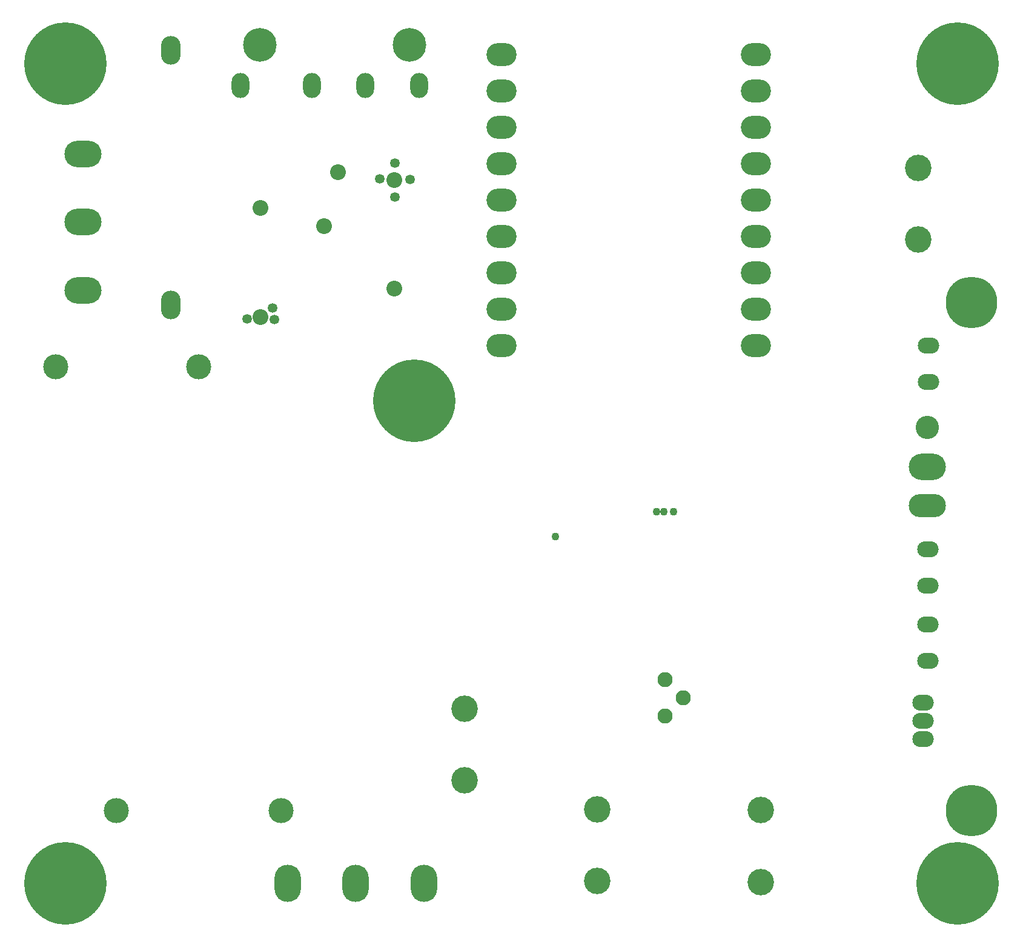
<source format=gbs>
G04 Layer_Color=16711935*
%FSLAX25Y25*%
%MOIN*%
G70*
G01*
G75*
%ADD111C,0.18517*%
%ADD112C,0.45370*%
%ADD113C,0.14579*%
%ADD114O,0.16548X0.12611*%
%ADD115O,0.20485X0.14579*%
%ADD116O,0.10800X0.15800*%
%ADD117C,0.08674*%
%ADD118O,0.09800X0.13800*%
%ADD119C,0.13800*%
%ADD120O,0.20485X0.14579*%
%ADD121C,0.12800*%
%ADD122O,0.20485X0.12800*%
%ADD123C,0.08300*%
%ADD124O,0.14579X0.20485*%
%ADD125C,0.28359*%
%ADD126O,0.11800X0.08800*%
%ADD127C,0.05300*%
%ADD128C,0.04300*%
D111*
X131780Y485810D02*
D03*
X214220D02*
D03*
D112*
X216900Y290400D02*
D03*
X25005Y475500D02*
D03*
X515950D02*
D03*
Y25000D02*
D03*
X25005D02*
D03*
D113*
X244600Y81700D02*
D03*
Y121070D02*
D03*
X407600Y65085D02*
D03*
Y25715D02*
D03*
X494100Y418270D02*
D03*
Y378900D02*
D03*
X317500Y65585D02*
D03*
Y26215D02*
D03*
D114*
X404800Y400500D02*
D03*
X264800Y420500D02*
D03*
Y400500D02*
D03*
Y440500D02*
D03*
Y460500D02*
D03*
Y380500D02*
D03*
Y360500D02*
D03*
Y340500D02*
D03*
Y320500D02*
D03*
X404800D02*
D03*
Y340500D02*
D03*
Y360500D02*
D03*
Y380500D02*
D03*
Y460500D02*
D03*
Y440500D02*
D03*
Y420500D02*
D03*
X264800Y480500D02*
D03*
X404800D02*
D03*
D115*
X34505Y425980D02*
D03*
Y351020D02*
D03*
Y388500D02*
D03*
D116*
X82900Y342800D02*
D03*
Y482800D02*
D03*
D117*
X174880Y415928D02*
D03*
X167400Y386400D02*
D03*
X132300Y396121D02*
D03*
Y336279D02*
D03*
X206000Y411721D02*
D03*
Y351879D02*
D03*
D118*
X121102Y463700D02*
D03*
X160472D02*
D03*
X190000D02*
D03*
X219528D02*
D03*
D119*
X19505Y309000D02*
D03*
X98245D02*
D03*
X52970Y64906D02*
D03*
X143521D02*
D03*
D120*
X499374Y254026D02*
D03*
D121*
Y275426D02*
D03*
D122*
Y232626D02*
D03*
D123*
X354900Y116800D02*
D03*
Y136800D02*
D03*
X364900Y126800D02*
D03*
D124*
X147220Y24800D02*
D03*
X222180D02*
D03*
X184700D02*
D03*
D125*
X523574Y344246D02*
D03*
Y64954D02*
D03*
D126*
X499674Y188700D02*
D03*
Y208700D02*
D03*
X499700Y147400D02*
D03*
Y167400D02*
D03*
X497000Y104300D02*
D03*
Y114300D02*
D03*
Y124300D02*
D03*
X499774Y300626D02*
D03*
Y320626D02*
D03*
D127*
X206100Y421000D02*
D03*
X197900Y412400D02*
D03*
X214700Y411800D02*
D03*
X206100Y402100D02*
D03*
X124900Y335400D02*
D03*
X140000Y334900D02*
D03*
X138800Y341200D02*
D03*
D128*
X294553Y215500D02*
D03*
X350200Y229100D02*
D03*
X354400Y229200D02*
D03*
X359500D02*
D03*
M02*

</source>
